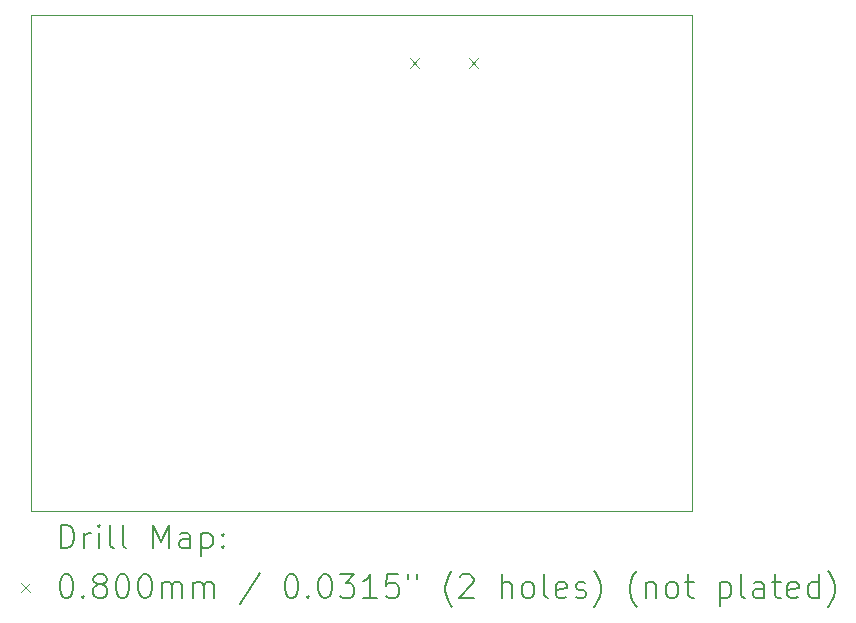
<source format=gbr>
%TF.GenerationSoftware,KiCad,Pcbnew,(6.0.9)*%
%TF.CreationDate,2022-12-05T14:11:39+01:00*%
%TF.ProjectId,PP,50502e6b-6963-4616-945f-706362585858,rev?*%
%TF.SameCoordinates,Original*%
%TF.FileFunction,Drillmap*%
%TF.FilePolarity,Positive*%
%FSLAX45Y45*%
G04 Gerber Fmt 4.5, Leading zero omitted, Abs format (unit mm)*
G04 Created by KiCad (PCBNEW (6.0.9)) date 2022-12-05 14:11:39*
%MOMM*%
%LPD*%
G01*
G04 APERTURE LIST*
%ADD10C,0.050000*%
%ADD11C,0.200000*%
%ADD12C,0.080000*%
G04 APERTURE END LIST*
D10*
X9400000Y-4300000D02*
X15000000Y-4300000D01*
X15000000Y-4300000D02*
X15000000Y-8500000D01*
X15000000Y-8500000D02*
X9400000Y-8500000D01*
X9400000Y-8500000D02*
X9400000Y-4300000D01*
D11*
D12*
X12611000Y-4662000D02*
X12691000Y-4742000D01*
X12691000Y-4662000D02*
X12611000Y-4742000D01*
X13111000Y-4662000D02*
X13191000Y-4742000D01*
X13191000Y-4662000D02*
X13111000Y-4742000D01*
D11*
X9655119Y-8812976D02*
X9655119Y-8612976D01*
X9702738Y-8612976D01*
X9731310Y-8622500D01*
X9750357Y-8641548D01*
X9759881Y-8660595D01*
X9769405Y-8698690D01*
X9769405Y-8727262D01*
X9759881Y-8765357D01*
X9750357Y-8784405D01*
X9731310Y-8803452D01*
X9702738Y-8812976D01*
X9655119Y-8812976D01*
X9855119Y-8812976D02*
X9855119Y-8679643D01*
X9855119Y-8717738D02*
X9864643Y-8698690D01*
X9874167Y-8689167D01*
X9893214Y-8679643D01*
X9912262Y-8679643D01*
X9978929Y-8812976D02*
X9978929Y-8679643D01*
X9978929Y-8612976D02*
X9969405Y-8622500D01*
X9978929Y-8632024D01*
X9988452Y-8622500D01*
X9978929Y-8612976D01*
X9978929Y-8632024D01*
X10102738Y-8812976D02*
X10083690Y-8803452D01*
X10074167Y-8784405D01*
X10074167Y-8612976D01*
X10207500Y-8812976D02*
X10188452Y-8803452D01*
X10178929Y-8784405D01*
X10178929Y-8612976D01*
X10436071Y-8812976D02*
X10436071Y-8612976D01*
X10502738Y-8755833D01*
X10569405Y-8612976D01*
X10569405Y-8812976D01*
X10750357Y-8812976D02*
X10750357Y-8708214D01*
X10740833Y-8689167D01*
X10721786Y-8679643D01*
X10683690Y-8679643D01*
X10664643Y-8689167D01*
X10750357Y-8803452D02*
X10731310Y-8812976D01*
X10683690Y-8812976D01*
X10664643Y-8803452D01*
X10655119Y-8784405D01*
X10655119Y-8765357D01*
X10664643Y-8746310D01*
X10683690Y-8736786D01*
X10731310Y-8736786D01*
X10750357Y-8727262D01*
X10845595Y-8679643D02*
X10845595Y-8879643D01*
X10845595Y-8689167D02*
X10864643Y-8679643D01*
X10902738Y-8679643D01*
X10921786Y-8689167D01*
X10931310Y-8698690D01*
X10940833Y-8717738D01*
X10940833Y-8774881D01*
X10931310Y-8793929D01*
X10921786Y-8803452D01*
X10902738Y-8812976D01*
X10864643Y-8812976D01*
X10845595Y-8803452D01*
X11026548Y-8793929D02*
X11036071Y-8803452D01*
X11026548Y-8812976D01*
X11017024Y-8803452D01*
X11026548Y-8793929D01*
X11026548Y-8812976D01*
X11026548Y-8689167D02*
X11036071Y-8698690D01*
X11026548Y-8708214D01*
X11017024Y-8698690D01*
X11026548Y-8689167D01*
X11026548Y-8708214D01*
D12*
X9317500Y-9102500D02*
X9397500Y-9182500D01*
X9397500Y-9102500D02*
X9317500Y-9182500D01*
D11*
X9693214Y-9032976D02*
X9712262Y-9032976D01*
X9731310Y-9042500D01*
X9740833Y-9052024D01*
X9750357Y-9071071D01*
X9759881Y-9109167D01*
X9759881Y-9156786D01*
X9750357Y-9194881D01*
X9740833Y-9213929D01*
X9731310Y-9223452D01*
X9712262Y-9232976D01*
X9693214Y-9232976D01*
X9674167Y-9223452D01*
X9664643Y-9213929D01*
X9655119Y-9194881D01*
X9645595Y-9156786D01*
X9645595Y-9109167D01*
X9655119Y-9071071D01*
X9664643Y-9052024D01*
X9674167Y-9042500D01*
X9693214Y-9032976D01*
X9845595Y-9213929D02*
X9855119Y-9223452D01*
X9845595Y-9232976D01*
X9836071Y-9223452D01*
X9845595Y-9213929D01*
X9845595Y-9232976D01*
X9969405Y-9118690D02*
X9950357Y-9109167D01*
X9940833Y-9099643D01*
X9931310Y-9080595D01*
X9931310Y-9071071D01*
X9940833Y-9052024D01*
X9950357Y-9042500D01*
X9969405Y-9032976D01*
X10007500Y-9032976D01*
X10026548Y-9042500D01*
X10036071Y-9052024D01*
X10045595Y-9071071D01*
X10045595Y-9080595D01*
X10036071Y-9099643D01*
X10026548Y-9109167D01*
X10007500Y-9118690D01*
X9969405Y-9118690D01*
X9950357Y-9128214D01*
X9940833Y-9137738D01*
X9931310Y-9156786D01*
X9931310Y-9194881D01*
X9940833Y-9213929D01*
X9950357Y-9223452D01*
X9969405Y-9232976D01*
X10007500Y-9232976D01*
X10026548Y-9223452D01*
X10036071Y-9213929D01*
X10045595Y-9194881D01*
X10045595Y-9156786D01*
X10036071Y-9137738D01*
X10026548Y-9128214D01*
X10007500Y-9118690D01*
X10169405Y-9032976D02*
X10188452Y-9032976D01*
X10207500Y-9042500D01*
X10217024Y-9052024D01*
X10226548Y-9071071D01*
X10236071Y-9109167D01*
X10236071Y-9156786D01*
X10226548Y-9194881D01*
X10217024Y-9213929D01*
X10207500Y-9223452D01*
X10188452Y-9232976D01*
X10169405Y-9232976D01*
X10150357Y-9223452D01*
X10140833Y-9213929D01*
X10131310Y-9194881D01*
X10121786Y-9156786D01*
X10121786Y-9109167D01*
X10131310Y-9071071D01*
X10140833Y-9052024D01*
X10150357Y-9042500D01*
X10169405Y-9032976D01*
X10359881Y-9032976D02*
X10378929Y-9032976D01*
X10397976Y-9042500D01*
X10407500Y-9052024D01*
X10417024Y-9071071D01*
X10426548Y-9109167D01*
X10426548Y-9156786D01*
X10417024Y-9194881D01*
X10407500Y-9213929D01*
X10397976Y-9223452D01*
X10378929Y-9232976D01*
X10359881Y-9232976D01*
X10340833Y-9223452D01*
X10331310Y-9213929D01*
X10321786Y-9194881D01*
X10312262Y-9156786D01*
X10312262Y-9109167D01*
X10321786Y-9071071D01*
X10331310Y-9052024D01*
X10340833Y-9042500D01*
X10359881Y-9032976D01*
X10512262Y-9232976D02*
X10512262Y-9099643D01*
X10512262Y-9118690D02*
X10521786Y-9109167D01*
X10540833Y-9099643D01*
X10569405Y-9099643D01*
X10588452Y-9109167D01*
X10597976Y-9128214D01*
X10597976Y-9232976D01*
X10597976Y-9128214D02*
X10607500Y-9109167D01*
X10626548Y-9099643D01*
X10655119Y-9099643D01*
X10674167Y-9109167D01*
X10683690Y-9128214D01*
X10683690Y-9232976D01*
X10778929Y-9232976D02*
X10778929Y-9099643D01*
X10778929Y-9118690D02*
X10788452Y-9109167D01*
X10807500Y-9099643D01*
X10836071Y-9099643D01*
X10855119Y-9109167D01*
X10864643Y-9128214D01*
X10864643Y-9232976D01*
X10864643Y-9128214D02*
X10874167Y-9109167D01*
X10893214Y-9099643D01*
X10921786Y-9099643D01*
X10940833Y-9109167D01*
X10950357Y-9128214D01*
X10950357Y-9232976D01*
X11340833Y-9023452D02*
X11169405Y-9280595D01*
X11597976Y-9032976D02*
X11617024Y-9032976D01*
X11636071Y-9042500D01*
X11645595Y-9052024D01*
X11655119Y-9071071D01*
X11664643Y-9109167D01*
X11664643Y-9156786D01*
X11655119Y-9194881D01*
X11645595Y-9213929D01*
X11636071Y-9223452D01*
X11617024Y-9232976D01*
X11597976Y-9232976D01*
X11578928Y-9223452D01*
X11569405Y-9213929D01*
X11559881Y-9194881D01*
X11550357Y-9156786D01*
X11550357Y-9109167D01*
X11559881Y-9071071D01*
X11569405Y-9052024D01*
X11578928Y-9042500D01*
X11597976Y-9032976D01*
X11750357Y-9213929D02*
X11759881Y-9223452D01*
X11750357Y-9232976D01*
X11740833Y-9223452D01*
X11750357Y-9213929D01*
X11750357Y-9232976D01*
X11883690Y-9032976D02*
X11902738Y-9032976D01*
X11921786Y-9042500D01*
X11931309Y-9052024D01*
X11940833Y-9071071D01*
X11950357Y-9109167D01*
X11950357Y-9156786D01*
X11940833Y-9194881D01*
X11931309Y-9213929D01*
X11921786Y-9223452D01*
X11902738Y-9232976D01*
X11883690Y-9232976D01*
X11864643Y-9223452D01*
X11855119Y-9213929D01*
X11845595Y-9194881D01*
X11836071Y-9156786D01*
X11836071Y-9109167D01*
X11845595Y-9071071D01*
X11855119Y-9052024D01*
X11864643Y-9042500D01*
X11883690Y-9032976D01*
X12017024Y-9032976D02*
X12140833Y-9032976D01*
X12074167Y-9109167D01*
X12102738Y-9109167D01*
X12121786Y-9118690D01*
X12131309Y-9128214D01*
X12140833Y-9147262D01*
X12140833Y-9194881D01*
X12131309Y-9213929D01*
X12121786Y-9223452D01*
X12102738Y-9232976D01*
X12045595Y-9232976D01*
X12026548Y-9223452D01*
X12017024Y-9213929D01*
X12331309Y-9232976D02*
X12217024Y-9232976D01*
X12274167Y-9232976D02*
X12274167Y-9032976D01*
X12255119Y-9061548D01*
X12236071Y-9080595D01*
X12217024Y-9090119D01*
X12512262Y-9032976D02*
X12417024Y-9032976D01*
X12407500Y-9128214D01*
X12417024Y-9118690D01*
X12436071Y-9109167D01*
X12483690Y-9109167D01*
X12502738Y-9118690D01*
X12512262Y-9128214D01*
X12521786Y-9147262D01*
X12521786Y-9194881D01*
X12512262Y-9213929D01*
X12502738Y-9223452D01*
X12483690Y-9232976D01*
X12436071Y-9232976D01*
X12417024Y-9223452D01*
X12407500Y-9213929D01*
X12597976Y-9032976D02*
X12597976Y-9071071D01*
X12674167Y-9032976D02*
X12674167Y-9071071D01*
X12969405Y-9309167D02*
X12959881Y-9299643D01*
X12940833Y-9271071D01*
X12931309Y-9252024D01*
X12921786Y-9223452D01*
X12912262Y-9175833D01*
X12912262Y-9137738D01*
X12921786Y-9090119D01*
X12931309Y-9061548D01*
X12940833Y-9042500D01*
X12959881Y-9013929D01*
X12969405Y-9004405D01*
X13036071Y-9052024D02*
X13045595Y-9042500D01*
X13064643Y-9032976D01*
X13112262Y-9032976D01*
X13131309Y-9042500D01*
X13140833Y-9052024D01*
X13150357Y-9071071D01*
X13150357Y-9090119D01*
X13140833Y-9118690D01*
X13026548Y-9232976D01*
X13150357Y-9232976D01*
X13388452Y-9232976D02*
X13388452Y-9032976D01*
X13474167Y-9232976D02*
X13474167Y-9128214D01*
X13464643Y-9109167D01*
X13445595Y-9099643D01*
X13417024Y-9099643D01*
X13397976Y-9109167D01*
X13388452Y-9118690D01*
X13597976Y-9232976D02*
X13578928Y-9223452D01*
X13569405Y-9213929D01*
X13559881Y-9194881D01*
X13559881Y-9137738D01*
X13569405Y-9118690D01*
X13578928Y-9109167D01*
X13597976Y-9099643D01*
X13626548Y-9099643D01*
X13645595Y-9109167D01*
X13655119Y-9118690D01*
X13664643Y-9137738D01*
X13664643Y-9194881D01*
X13655119Y-9213929D01*
X13645595Y-9223452D01*
X13626548Y-9232976D01*
X13597976Y-9232976D01*
X13778928Y-9232976D02*
X13759881Y-9223452D01*
X13750357Y-9204405D01*
X13750357Y-9032976D01*
X13931309Y-9223452D02*
X13912262Y-9232976D01*
X13874167Y-9232976D01*
X13855119Y-9223452D01*
X13845595Y-9204405D01*
X13845595Y-9128214D01*
X13855119Y-9109167D01*
X13874167Y-9099643D01*
X13912262Y-9099643D01*
X13931309Y-9109167D01*
X13940833Y-9128214D01*
X13940833Y-9147262D01*
X13845595Y-9166310D01*
X14017024Y-9223452D02*
X14036071Y-9232976D01*
X14074167Y-9232976D01*
X14093214Y-9223452D01*
X14102738Y-9204405D01*
X14102738Y-9194881D01*
X14093214Y-9175833D01*
X14074167Y-9166310D01*
X14045595Y-9166310D01*
X14026548Y-9156786D01*
X14017024Y-9137738D01*
X14017024Y-9128214D01*
X14026548Y-9109167D01*
X14045595Y-9099643D01*
X14074167Y-9099643D01*
X14093214Y-9109167D01*
X14169405Y-9309167D02*
X14178928Y-9299643D01*
X14197976Y-9271071D01*
X14207500Y-9252024D01*
X14217024Y-9223452D01*
X14226548Y-9175833D01*
X14226548Y-9137738D01*
X14217024Y-9090119D01*
X14207500Y-9061548D01*
X14197976Y-9042500D01*
X14178928Y-9013929D01*
X14169405Y-9004405D01*
X14531309Y-9309167D02*
X14521786Y-9299643D01*
X14502738Y-9271071D01*
X14493214Y-9252024D01*
X14483690Y-9223452D01*
X14474167Y-9175833D01*
X14474167Y-9137738D01*
X14483690Y-9090119D01*
X14493214Y-9061548D01*
X14502738Y-9042500D01*
X14521786Y-9013929D01*
X14531309Y-9004405D01*
X14607500Y-9099643D02*
X14607500Y-9232976D01*
X14607500Y-9118690D02*
X14617024Y-9109167D01*
X14636071Y-9099643D01*
X14664643Y-9099643D01*
X14683690Y-9109167D01*
X14693214Y-9128214D01*
X14693214Y-9232976D01*
X14817024Y-9232976D02*
X14797976Y-9223452D01*
X14788452Y-9213929D01*
X14778928Y-9194881D01*
X14778928Y-9137738D01*
X14788452Y-9118690D01*
X14797976Y-9109167D01*
X14817024Y-9099643D01*
X14845595Y-9099643D01*
X14864643Y-9109167D01*
X14874167Y-9118690D01*
X14883690Y-9137738D01*
X14883690Y-9194881D01*
X14874167Y-9213929D01*
X14864643Y-9223452D01*
X14845595Y-9232976D01*
X14817024Y-9232976D01*
X14940833Y-9099643D02*
X15017024Y-9099643D01*
X14969405Y-9032976D02*
X14969405Y-9204405D01*
X14978928Y-9223452D01*
X14997976Y-9232976D01*
X15017024Y-9232976D01*
X15236071Y-9099643D02*
X15236071Y-9299643D01*
X15236071Y-9109167D02*
X15255119Y-9099643D01*
X15293214Y-9099643D01*
X15312262Y-9109167D01*
X15321786Y-9118690D01*
X15331309Y-9137738D01*
X15331309Y-9194881D01*
X15321786Y-9213929D01*
X15312262Y-9223452D01*
X15293214Y-9232976D01*
X15255119Y-9232976D01*
X15236071Y-9223452D01*
X15445595Y-9232976D02*
X15426548Y-9223452D01*
X15417024Y-9204405D01*
X15417024Y-9032976D01*
X15607500Y-9232976D02*
X15607500Y-9128214D01*
X15597976Y-9109167D01*
X15578928Y-9099643D01*
X15540833Y-9099643D01*
X15521786Y-9109167D01*
X15607500Y-9223452D02*
X15588452Y-9232976D01*
X15540833Y-9232976D01*
X15521786Y-9223452D01*
X15512262Y-9204405D01*
X15512262Y-9185357D01*
X15521786Y-9166310D01*
X15540833Y-9156786D01*
X15588452Y-9156786D01*
X15607500Y-9147262D01*
X15674167Y-9099643D02*
X15750357Y-9099643D01*
X15702738Y-9032976D02*
X15702738Y-9204405D01*
X15712262Y-9223452D01*
X15731309Y-9232976D01*
X15750357Y-9232976D01*
X15893214Y-9223452D02*
X15874167Y-9232976D01*
X15836071Y-9232976D01*
X15817024Y-9223452D01*
X15807500Y-9204405D01*
X15807500Y-9128214D01*
X15817024Y-9109167D01*
X15836071Y-9099643D01*
X15874167Y-9099643D01*
X15893214Y-9109167D01*
X15902738Y-9128214D01*
X15902738Y-9147262D01*
X15807500Y-9166310D01*
X16074167Y-9232976D02*
X16074167Y-9032976D01*
X16074167Y-9223452D02*
X16055119Y-9232976D01*
X16017024Y-9232976D01*
X15997976Y-9223452D01*
X15988452Y-9213929D01*
X15978928Y-9194881D01*
X15978928Y-9137738D01*
X15988452Y-9118690D01*
X15997976Y-9109167D01*
X16017024Y-9099643D01*
X16055119Y-9099643D01*
X16074167Y-9109167D01*
X16150357Y-9309167D02*
X16159881Y-9299643D01*
X16178928Y-9271071D01*
X16188452Y-9252024D01*
X16197976Y-9223452D01*
X16207500Y-9175833D01*
X16207500Y-9137738D01*
X16197976Y-9090119D01*
X16188452Y-9061548D01*
X16178928Y-9042500D01*
X16159881Y-9013929D01*
X16150357Y-9004405D01*
M02*

</source>
